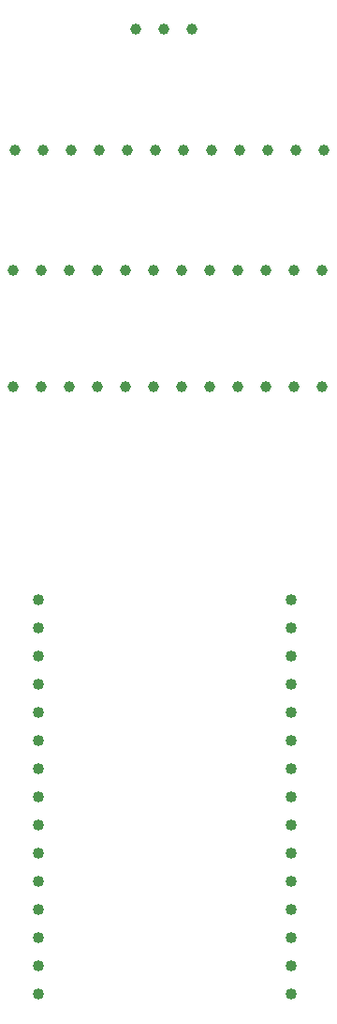
<source format=gbr>
%TF.GenerationSoftware,Altium Limited,Altium Designer,23.10.1 (27)*%
G04 Layer_Color=0*
%FSLAX45Y45*%
%MOMM*%
%TF.SameCoordinates,40559D1A-9741-442B-B983-05AFCF4434A8*%
%TF.FilePolarity,Positive*%
%TF.FileFunction,Plated,1,2,PTH,Drill*%
%TF.Part,Single*%
G01*
G75*
%TA.AperFunction,ComponentDrill*%
%ADD16C,1.02000*%
%ADD17C,1.00000*%
D16*
X3149600Y6629400D02*
D03*
Y6375400D02*
D03*
Y6121400D02*
D03*
Y5867400D02*
D03*
Y5613400D02*
D03*
Y5359400D02*
D03*
Y5105400D02*
D03*
Y4851400D02*
D03*
Y4597400D02*
D03*
Y4343400D02*
D03*
Y4089400D02*
D03*
Y3835400D02*
D03*
Y3581400D02*
D03*
Y3327400D02*
D03*
Y3073400D02*
D03*
X5435600D02*
D03*
Y3327400D02*
D03*
Y3581400D02*
D03*
Y3835400D02*
D03*
Y4089400D02*
D03*
Y4343400D02*
D03*
Y4597400D02*
D03*
Y4851400D02*
D03*
Y5105400D02*
D03*
Y5359400D02*
D03*
Y5613400D02*
D03*
Y5867400D02*
D03*
Y6121400D02*
D03*
Y6375400D02*
D03*
Y6629400D02*
D03*
D17*
X2921000Y8547100D02*
D03*
X3175000D02*
D03*
X3429000D02*
D03*
X5715000D02*
D03*
X5461000D02*
D03*
X5207000D02*
D03*
X4953000D02*
D03*
X4699000D02*
D03*
X4445000D02*
D03*
X4191000D02*
D03*
X3937000D02*
D03*
X3683000D02*
D03*
X4025900Y11772900D02*
D03*
X4279900D02*
D03*
X4533900D02*
D03*
X2921000Y9601200D02*
D03*
X3175000D02*
D03*
X3429000D02*
D03*
X5715000D02*
D03*
X5461000D02*
D03*
X5207000D02*
D03*
X4953000D02*
D03*
X4699000D02*
D03*
X4445000D02*
D03*
X4191000D02*
D03*
X3937000D02*
D03*
X3683000D02*
D03*
X2933700Y10680700D02*
D03*
X3187700D02*
D03*
X3441700D02*
D03*
X5727700D02*
D03*
X5473700D02*
D03*
X5219700D02*
D03*
X4965700D02*
D03*
X4711700D02*
D03*
X4457700D02*
D03*
X4203700D02*
D03*
X3949700D02*
D03*
X3695700D02*
D03*
%TF.MD5,b617aefe282f67e5847861378b169037*%
M02*

</source>
